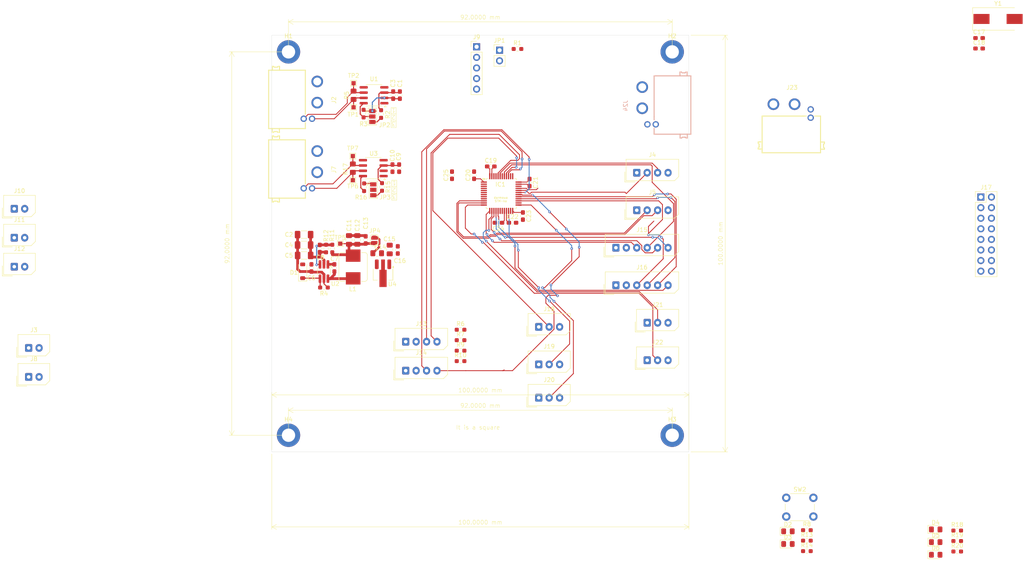
<source format=kicad_pcb>
(kicad_pcb (version 20240108) (generator "pcbnew") (generator_version "8.0")
  (layers (0 "F.Cu" signal) (31 "B.Cu" signal) (34 "B.Paste" user) (35 "F.Paste" user) (36 "B.SilkS" user "B.Silkscreen") (37 "F.SilkS" user "F.Silkscreen") (38 "B.Mask" user) (39 "F.Mask" user) (44 "Edge.Cuts" user))
  (net 0 "")
  (net 1 "+3.3V")
  (net 2 "GND")
  (net 3 "/BATT")
  (net 4 "Net-(U2-LX)")
  (net 5 "Net-(U2-BS)")
  (net 6 "Net-(U2-FB)")
  (net 7 "Net-(JP4-A)")
  (net 8 "+5V")
  (net 9 "/RCC_OSC_IN")
  (net 10 "RCC_OSC_OUT")
  (net 11 "Net-(D1-K)")
  (net 12 "Net-(D2-A)")
  (net 13 "Net-(D3-A)")
  (net 14 "Net-(D4-A)")
  (net 15 "Net-(D5-A)")
  (net 16 "Net-(D6-A)")
  (net 17 "/SPI1_MISO")
  (net 18 "/SWDIO")
  (net 19 "/PA6")
  (net 20 "/TIM2_CH2")
  (net 21 "/SPI2_MOSI")
  (net 22 "/PB9")
  (net 23 "/PB1")
  (net 24 "/SPI1_MOSI")
  (net 25 "/PB5")
  (net 26 "/PC13")
  (net 27 "/USART1_TX")
  (net 28 "/PC15")
  (net 29 "/TIM2_CH4")
  (net 30 "/USART1_RX")
  (net 31 "/I2C2_SDA")
  (net 32 "/FDCAN1_RX")
  (net 33 "/USART2_TX")
  (net 34 "/BOOT0")
  (net 35 "/SPI1_SCK")
  (net 36 "/SWCLK")
  (net 37 "/ADC1_IN1")
  (net 38 "/FDCAN2_RX")
  (net 39 "/I2C1_SCL")
  (net 40 "/TIM2_CH3")
  (net 41 "/FDCAN2_TX")
  (net 42 "/PB0")
  (net 43 "/SPI2_MISO")
  (net 44 "/ADC1_IN2")
  (net 45 "/PA4")
  (net 46 "/PC14")
  (net 47 "/FDCAN1_TX")
  (net 48 "/PB2")
  (net 49 "/I2C1_SDA")
  (net 50 "/I2C2_SCL")
  (net 51 "/NRST")
  (net 52 "/USART2_RX")
  (net 53 "/CAN_1_L")
  (net 54 "/CAN_1_H")
  (net 55 "/CAN_2_L")
  (net 56 "/CAN_2_H")
  (net 57 "Net-(JP2-B)")
  (net 58 "Net-(JP2-C)")
  (net 59 "Net-(JP3-C)")
  (net 60 "Net-(JP3-B)")
  (footprint "Capacitor_SMD:C_0603_1608Metric_Pad1.08x0.95mm_HandSolder" (layer "F.Cu") (at 119.1 44.375 -90)
    (property "Reference" "C3")
    (property "Value" "100nF")
  )
  (footprint "LED_SMD:LED_0805_2012Metric_Pad1.15x1.40mm_HandSolder" (layer "F.Cu") (at 249.175 151.64)
    (property "Reference" "D5")
    (property "Value" "5V_OK")
  )
  (footprint "Resistor_SMD:R_0603_1608Metric_Pad0.98x0.95mm_HandSolder" (layer "F.Cu") (at 116.427 66.4125 -90)
    (property "Reference" "R15")
    (property "Value" "2k2")
  )
  (footprint "Resistor_SMD:R_0805_2012Metric_Pad1.20x1.40mm_HandSolder" (layer "F.Cu") (at 109.6 44.4125 90)
    (property "Reference" "R5")
    (property "Value" "120R")
  )
  (footprint "Capacitor_SMD:C_0603_1608Metric_Pad1.08x0.95mm_HandSolder" (layer "F.Cu") (at 144.3375 75 180)
    (property "Reference" "C24")
    (property "Value" "100nF")
  )
  (footprint "Capacitor_SMD:C_0603_1608Metric_Pad1.08x0.95mm_HandSolder" (layer "F.Cu") (at 151.8 65.3625 -90)
    (property "Reference" "C21")
    (property "Value" "100nF")
  )
  (footprint "Jumper:SolderJumper-3_P1.3mm_Open_Pad1.0x1.5mm" (layer "F.Cu") (at 114.327 67.1 -90)
    (property "Reference" "JP3")
    (property "Value" "SolderJumper_3_Open")
  )
  (footprint "Connector_Molex:Molex_SPOX_5267-04A_1x04_P2.50mm_Vertical" (layer "F.Cu") (at 122.1 110.5)
    (property "Reference" "J14")
    (property "Value" "Conn_01x04")
  )
  (footprint "Capacitor_SMD:C_0805_2012Metric_Pad1.18x1.45mm_HandSolder" (layer "F.Cu") (at 115.2625 82.325)
    (property "Reference" "C14")
    (property "Value" "22u/10V")
  )
  (footprint "Capacitor_SMD:C_0603_1608Metric_Pad1.08x0.95mm_HandSolder" (layer "F.Cu") (at 99.5 85.85 -90)
    (property "Reference" "C6")
    (property "Value" "100n/50V")
  )
  (footprint "Resistor_SMD:R_0603_1608Metric_Pad0.98x0.95mm_HandSolder" (layer "F.Cu") (at 112.127 66.4875 -90)
    (property "Reference" "R16")
    (property "Value" "10k")
  )
  (footprint "Connector_Molex:Molex_SPOX_5267-03A_1x03_P2.50mm_Vertical" (layer "F.Cu") (at 180 99)
    (property "Reference" "J21")
    (property "Value" "Conn_01x03")
  )
  (footprint "Inductor_SMD:L_Bourns_SRP7028A_7.3x6.6mm" (layer "F.Cu") (at 109.5 85.625 90)
    (property "Reference" "L1")
    (property "Value" "4u7/5A5")
  )
  (footprint "Resistor_SMD:R_0603_1608Metric_Pad0.98x0.95mm_HandSolder" (layer "F.Cu") (at 218.2875 148.79)
    (property "Reference" "R8")
    (property "Value" "10k")
  )
  (footprint "Resistor_SMD:R_0603_1608Metric_Pad0.98x0.95mm_HandSolder" (layer "F.Cu") (at 116.2 48.9125 -90)
    (property "Reference" "R2")
    (property "Value" "2k2")
  )
  (footprint "MountingHole:MountingHole_3.2mm_M3_DIN965_Pad" (layer "F.Cu") (at 94 34)
    (property "Reference" "H1")
    (property "Value" "MountingHole_Pad")
  )
  (footprint "Package_QFP:LQFP-48_7x7mm_P0.5mm" (layer "F.Cu") (at 145 68)
    (property "Reference" "IC1")
    (property "Value" "STM32G491CET6")
  )
  (footprint "Connector_Molex:Molex_SPOX_5267-02A_1x02_P2.50mm_Vertical" (layer "F.Cu") (at 31.7 105.05)
    (property "Reference" "J3")
    (property "Value" "Conn_01x02")
  )
  (footprint "LED_SMD:LED_0805_2012Metric_Pad1.15x1.40mm_HandSolder" (layer "F.Cu") (at 213.7425 152.095)
    (property "Reference" "D3")
    (property "Value" "~")
  )
  (footprint "Connector_Molex:Molex_SPOX_5267-04A_1x04_P2.50mm_Vertical" (layer "F.Cu") (at 177.5 72)
    (property "Reference" "J5")
    (property "Value" "Conn_01x04")
  )
  (footprint "Resistor_SMD:R_0603_1608Metric_Pad0.98x0.95mm_HandSolder" (layer "F.Cu") (at 254.33 151.385)
    (property "Reference" "R19")
    (property "Value" "1k")
  )
  (footprint "Capacitor_SMD:C_0603_1608Metric_Pad1.08x0.95mm_HandSolder" (layer "F.Cu") (at 150.2 73.4 -90)
    (property "Reference" "C23")
    (property "Value" "100nF")
  )
  (footprint "Button_Switch_THT:SW_PUSH_6mm" (layer "F.Cu") (at 213.3475 141.01)
    (property "Reference" "SW2")
    (property "Value" "SW_Push")
  )
  (footprint "easyeda2kicad:CONN-TH_4P-XT30PW-M" (layer "F.Cu") (at 214.73 48.18)
    (property "Reference" "J23")
    (property "Value" "Conn_01x04")
  )
  (footprint "Capacitor_SMD:C_1206_3216Metric_Pad1.33x1.80mm_HandSolder" (layer "F.Cu") (at 97.7375 77.85)
    (property "Reference" "C2")
    (property "Value" "10u/35V")
  )
  (footprint "Jumper:SolderJumper-2_P1.3mm_Open_RoundedPad1.0x1.5mm" (layer "F.Cu") (at 114.575 79.225 90)
    (property "Reference" "JP4")
    (property "Value" "SolderJumper_2_Bridged")
  )
  (footprint "Capacitor_SMD:C_0805_2012Metric_Pad1.18x1.45mm_HandSolder" (layer "F.Cu") (at 118.2625 81.425 90)
    (property "Reference" "C15")
    (property "Value" "22u/10V")
  )
  (footprint "Capacitor_SMD:C_0603_1608Metric_Pad1.08x0.95mm_HandSolder" (layer "F.Cu") (at 118.927 61.9 -90)
    (property "Reference" "C10")
    (property "Value" "100nF")
  )
  (footprint "Package_SO:SOIC-8_3.9x4.9mm_P1.27mm" (layer "F.Cu") (at 114.327 61.9 180)
    (property "Reference" "U3")
    (property "Value" "SN65HVD230")
  )
  (footprint "MountingHole:MountingHole_3.2mm_M3_DIN965_Pad" (layer "F.Cu") (at 94 126)
    (property "Reference" "H4")
    (property "Value" "MountingHole_Pad")
  )
  (footprint "TestPoint:TestPoint_Pad_1.0x1.0mm" (layer "F.Cu") (at 109.427 64.8 180)
    (property "Reference" "TP6")
    (property "Value" "TestPoint")
  )
  (footprint "Resistor_SMD:R_0603_1608Metric_Pad0.98x0.95mm_HandSolder" (layer "F.Cu") (at 254.33 153.895)
    (property "Reference" "R20")
    (property "Value" "1k")
  )
  (footprint "Resistor_SMD:R_0603_1608Metric_Pad0.98x0.95mm_HandSolder" (layer "F.Cu") (at 104.5 81.1875 90)
    (property "Reference" "R11")
    (property "Value" "100k")
  )
  (footprint "MountingHole:MountingHole_3.2mm_M3_DIN965_Pad" (layer "F.Cu") (at 186 34)
    (property "Reference" "H2")
    (property "Value" "MountingHole_Pad")
  )
  (footprint "Package_TO_SOT_SMD:TSOT-23-6_HandSoldering" (layer "F.Cu") (at 102.5 86.7125 -90)
    (property "Reference" "U2")
    (property "Value" "DIO6913")
  )
  (footprint "Capacitor_SMD:C_0603_1608Metric_Pad1.08x0.95mm_HandSolder" (layer "F.Cu") (at 147.7 75)
    (property "Reference" "C22")
    (property "Value" "100nF")
  )
  (footprint "Package_SO:SOIC-8_3.9x4.9mm_P1.27mm" (layer "F.Cu") (at 114.5 44.4125 180)
    (property "Reference" "U1")
    (property "Value" "SN65HVD230")
  )
  (footprint "easyeda2kicad:CONN-TH_4P-XT30PW-M" (layer "F.Cu") (at 99.2675 62.275 -90)
    (property "Reference" "J7")
    (property "Value" "Conn_01x04")
  )
  (footprint "Connector_Molex:Molex_SPOX_5267-03A_1x03_P2.50mm_Vertical" (layer "F.Cu") (at 154 100)
    (property "Reference" "J18")
    (property "Value" "Conn_01x03")
  )
  (footprint "TestPoint:TestPoint_Pad_1.0x1.0mm" (layer "F.Cu") (at 109.6 47.3125 180)
    (property "Reference" "TP1")
    (property "Value" "TestPoint")
  )
  (footprint "Jumper:SolderJumper-3_P1.3mm_Open_Pad1.0x1.5mm" (layer "F.Cu") (at 114.1 49.5125 -90)
    (property "Reference" "JP2")
    (property "Value" "SolderJumper_3_Open")
  )
  (footprint "Connector_Molex:Molex_SPOX_5267-06A_1x06_P2.50mm_Vertical" (layer "F.Cu") (at 172.5 81)
    (property "Reference" "J15")
    (property "Value" "Conn_01x06")
  )
  (footprint "Capacitor_SMD:C_0603_1608Metric_Pad1.08x0.95mm_HandSolder" (layer "F.Cu") (at 142.5 61.5)
    (property "Reference" "C19")
    (property "Value" "100nF")
  )
  (footprint "Resistor_SMD:R_0603_1608Metric_Pad0.98x0.95mm_HandSolder" (layer "F.Cu") (at 112 48.8125 -90)
    (property "Reference" "R3")
    (property "Value" "10k")
  )
  (footprint "Connector_Molex:Molex_SPOX_5267-04A_1x04_P2.50mm_Vertical" (layer "F.Cu") (at 177.5 63)
    (property "Reference" "J4")
    (property "Value" "Conn_01x04")
  )
  (footprint "Connector_Molex:Molex_SPOX_5267-04A_1x04_P2.50mm_Vertical" (layer "F.Cu") (at 122.1 103.55)
    (property "Reference" "J13")
    (property "Value" "Conn_01x04")
  )
  (footprint "Capacitor_SMD:C_0603_1608Metric_Pad1.08x0.95mm_HandSolder" (layer "F.Cu") (at 120.2 81.525 -90)
    (property "Reference" "C16")
    (property "Value" "100n/50V")
  )
  (footprint "easyeda2kicad:CONN-TH_4P-XT30PW-M" (layer "F.Cu") (at 99.2675 45.575 -90)
    (property "Reference" "J2")
    (property "Value" "Conn_01x04")
  )
  (footprint "Resistor_SMD:R_0603_1608Metric_Pad0.98x0.95mm_HandSolder" (layer "F.Cu") (at 102.5 90.55 180)
    (property "Reference" "R4")
    (property "Value" "10K")
  )
  (footprint "Capacitor_SMD:C_0603_1608Metric_Pad1.08x0.95mm_HandSolder" (layer "F.Cu") (at 259.575 33.19)
    (property "Reference" "C18")
    (property "Value" "100nF")
  )
  (footprint "Capacitor_SMD:C_1206_3216Metric_Pad1.33x1.80mm_HandSolder" (layer "F.Cu") (at 97.75 82.85)
    (property "Reference" "C5")
    (property "Value" "10u/35V")
  )
  (footprint "Capacitor_SMD:C_0603_1608Metric_Pad1.08x0.95mm_HandSolder" (layer "F.Cu") (at 138.5 63.6 90)
    (property "Reference" "C20")
    (property "Value" "100nF")
  )
  (footprint "Resistor_SMD:R_0805_2012Metric_Pad1.20x1.40mm_HandSolder" (layer "F.Cu") (at 109.427 61.9 90)
    (property "Reference" "R17")
    (property "Value" "120R")
  )
  (footprint "Connector_PinHeader_2.54mm:PinHeader_1x05_P2.54mm_Vertical" (layer "F.Cu") (at 139.1 32.78)
    (property "Reference" "J9")
    (property "Value" "Conn_01x05")
  )
  (footprint "Resistor_SMD:R_0603_1608Metric_Pad0.98x0.95mm_HandSolder" (layer "F.Cu") (at 135.25 105.7)
    (property "Reference" "R9")
    (property "Value" "10k")
  )
  (footprint "Capacitor_SMD:C_0603_1608Metric_Pad1.08x0.95mm_HandSolder" (layer "F.Cu") (at 133.2 63.6 90)
    (property "Reference" "C25")
    (property "Value" "4.7uF")
  )
  (footprint "Capacitor_SMD:C_0603_1608Metric_Pad1.08x0.95mm_HandSolder" (layer "F.Cu") (at 120.527 61.9 -90)
    (property "Reference" "C9")
    (property "Value" "10uF")
  )
  (footprint "Connector_Molex:Molex_SPOX_5267-02A_1x02_P2.50mm_Vertical" (layer "F.Cu") (at 31.7 112)
    (property "Reference" "J8")
    (property "Value" "Conn_01x02")
  )
  (footprint "Diode_SMD:D_SOD-123" (layer "F.Cu") (at 97.4 86.65 90)
    (property "Reference" "D1")
    (property "Value" "5V")
  )
  (footprint "LED_SMD:LED_0805_2012Metric_Pad1.15x1.40mm_HandSolder" (layer "F.Cu") (at 249.175 148.6)
    (property "Reference" "D4")
    (property "Value" "VCC_OK")
  )
  (footprint "LED_SMD:LED_0805_2012Metric_Pad1.15x1.40mm_HandSolder" (layer "F.Cu") (at 213.7425 149.055)
    (property "Reference" "D2")
    (property "Value" "~")
  )
  (footprint "Resistor_SMD:R_0603_1608Metric_Pad0.98x0.95mm_HandSolder" (layer "F.Cu") (at 135.25 100.68)
    (property "Reference" "R6")
    (property "Value" "10k")
  )
  (footprint "Resistor_SMD:R_0603_1608Metric_Pad0.98x0.95mm_HandSolder" (layer "F.Cu") (at 148.9 33.3)
    (property "Reference" "R1")
    (property "Value" "100k")
  )
  (footprint "MountingHole:MountingHole_3.2mm_M3_DIN965_Pad" (layer "F.Cu") (at 186 126)
    (property "Reference" "H3")
    (property "Value" "MountingHole_Pad")
  )
  (footprint "Connector_Molex:Molex_SPOX_5267-03A_1x03_P2.50mm_Vertical" (layer "F.Cu") (at 154 117)
    (property "Reference" "J20")
    (property "Value" "Conn_01x03")
  )
  (footprint "Package_TO_SOT_SMD:SOT-89-3_Handsoldering" (layer "F.Cu") (at 116.6625 87.425 -90)
    (property "Reference" "U4")
    (property "Value" "L78L33_SOT89")
  )
  (footprint "Capacitor_SMD:C_0603_1608Metric_Pad1.08x0.95mm_HandSolder" (layer "F.Cu") (at 259.575 30.68)
    (property "Reference" "C17")
    (property "Value" "100nF")
  )
  (footprint "Resistor_SMD:R_0603_1608Metric_Pad0.98x0.95mm_HandSolder" (layer "F.Cu") (at 135.25 103.19)
    (property "Reference" "R7")
    (property "Value" "10k")
  )
  (footprint "Capacitor_SMD:C_0805_2012Metric_Pad1.18x1.45mm_HandSolder" (layer "F.Cu") (at 108.5 79.125 90)
    (property "Reference" "C11")
    (property "Value" "22u/10V")
  )
  (footprint "Capacitor_SMD:C_0603_1608Metric_Pad1.08x0.95mm_HandSolder" (layer "F.Cu") (at 105 85.85 90)
    (property "Reference" "C7")
    (property "Value" "100n/50V")
  )
  (footprint "Capacitor_SMD:C_1206_3216Metric_Pad1.33x1.80mm_HandSolder" (layer "F.Cu") (at 97.7375 80.35)
    (property "Reference" "C4")
    (property "Value" "10u/35V")
  )
  (footprint "Capacitor_SMD:C_0603_1608Metric_Pad1.08x0.95mm_HandSolder" (layer "F.Cu") (at 112.5 79.125 -90)
    (property "Reference" "C13")
    (property "Value" "100n/50V")
  )
  (footprint "Connector_Molex:Molex_SPOX_5267-02A_1x02_P2.50mm_Vertical" (layer "F.Cu") (at 28.25 71.65)
    (property "Reference" "J10")
    (property "Value" "Conn_01x02")
  )
  (footprint "Connector_Molex:Molex_SPOX_5267-06A_1x06_P2.50mm_Vertical" (layer "F.Cu") (at 172.5 90)
    (property "Reference" "J16")
    (property "Value" "Conn_01x06")
  )
  (footprint "TestPoint:TestPoint_Pad_1.0x1.0mm" (layer "F.Cu") (at 106.4 80.025)
    (property "Reference" "TP5")
    (property "Value" "TestPoint")
  )
  (footprint "Connector_PinHeader_2.54mm:PinHeader_2x08_P2.54mm_Vertical" (layer "F.Cu") (at 260 68.84)
    (property "Reference" "J17")
    (property "Value" "Conn_02x08_Odd_Even")
  )
  (footprint "Capacitor_SMD:C_0603_1608Metric_Pad1.08x0.95mm_HandSolder" (layer "F.Cu") (at 101.5 81.1875 -90)
    (property "Reference" "C8")
    (property "Value" "22p/25V")
  )
  (footprint "TestPoint:TestPoint_Pad_1.0x1.0mm" (layer "F.Cu") (at 109.427 59 180)
    (property "Reference" "TP7")
    (property "Value" "TestPoint")
  )
  (footprint "Connector_Molex:Molex_SPOX_5267-02A_1x02_P2.50mm_Vertical" (layer "F.Cu") (at 28.25 85.55)
    (property "Reference" "J12")
    (property "Value" "Conn_01x02")
  )
  (footprint "Resistor_SMD:R_0603_1608Metric_Pad0.98x0.95mm_HandSolder" (layer "F.Cu") (at 103 81.1875 -90)
    (property "Reference" "R12")
    (property "Value" "22k")
  )
  (footprint "Resistor_SMD:R_0603_1608Metric_Pad0.98x0.95mm_HandSolder" (layer "F.Cu") (at 218.2875 153.81)
    (property "Reference" "R14")
    (property "Value" "1k")
  )
  (footprint "Resistor_SMD:R_0603_1608Metric_Pad0.98x0.95mm_HandSolder" (layer "F.Cu") (at 135.25 108.21)
    (property "Reference" "R10")
    (property "Value" "10k")
  )
  (footprint "Connector_Molex:Molex_SPOX_5267-03A_1x03_P2.50mm_Vertical" (layer "F.Cu") (at 180 108)
    (property "Reference" "J22")
    (property "Value" "Conn_01x03")
  )
  (footprint "Connector_Molex:Molex_SPOX_5267-03A_1x03_P2.50mm_Vertical" (layer "F.Cu") (at 154 109)
    (property "Reference" "J19")
    (property "Value" "Conn_01x03")
  )
  (footprint "TestPoint:TestPoint_Pad_1.0x1.0mm" (layer "F.Cu") (at 109.6 41.5125 180)
    (property "Reference" "TP2")
    (property "Value" "TestPoint")
  )
  (footprint "Resistor_SMD:R_0603_1608Metric_Pad0.98x0.95mm_HandSolder" (layer "F.Cu") (at 254.33 148.875)
    (property "Reference" "R18")
    (property "Value" "22k")
  )
  (footprint "Capacitor_SMD:C_0805_2012Metric_Pad1.18x1.45mm_HandSolder" (layer "F.Cu") (at 110.5 79.125 90)
    (property "Reference" "C12")
    (property "Value" "22u/10V")
  )
  (footprint "Capacitor_SMD:C_0603_1608Metric_Pad1.08x0.95mm_HandSolder" (layer "F.Cu") (at 120.7 44.375 -90)
    (property "Reference" "C1")
    (property "Value" "10uF")
  )
  (footprint "Crystal:Crystal_SMD_FOX_FE-2Pin_7.5x5.0mm_HandSoldering" (layer "F.Cu") (at 264.125 26.1)
    (property "Reference" "Y1")
    (property "Value" "Crystal")
  )
  (footprint "Connector_Molex:Molex_SPOX_5267-02A_1x02_P2.50mm_Vertical" (layer "F.Cu") (at 28.25 78.6)
    (property "Reference" "J11")
    (property "Value" "Conn_01x02")
  )
  (footprint "Resistor_SMD:R_0603_1608Metric_Pad0.98x0.95mm_HandSolder" (layer "F.Cu") (at 218.2875 151.3)
    (property "Reference" "R13")
    (property "Value" "1k")
  )
  (footprint "Connector_PinHeader_2.54mm:PinHeader_1x02_P2.54mm_Vertical" (layer "F.Cu") (at 144.6 33.6)
    (property "Reference" "JP1")
    (property "Value" "Jumper_2_Open")
  )
  (footprint "LED_SMD:LED_0805_2012Metric_Pad1.15x1.40mm_HandSolder" (layer "F.Cu") (at 249.175 154.68)
    (property "Reference" "D6")
    (property "Value" "3V3_OK")
  )
  (footprint "easyeda2kicad:CONN-TH_4P-XT30PW-M" (layer "B.Cu") (at 180.4325 46.925 -90)
    (property "Reference" "J24")
    (property "Value" "Conn_01x04")
  )
  (gr_line (start 119.952 67.995) (end 118.752 67.995) (stroke (width 0.1)) (layer "F.SilkS"))
  (gr_rect (start 119.8 52.1625) (end 118.6 47.3625) (stroke (width 0.1)) (fill none) (layer "F.SilkS"))
  (gr_line (start 119.8 48.8625) (end 118.6 48.8625) (stroke (width 0.1)) (layer "F.SilkS"))
  (gr_line (start 119.952 66.295) (end 118.752 66.295) (stroke (width 0.1)) (layer "F.SilkS"))
  (gr_rect (start 119.952 69.595) (end 118.752 64.795) (stroke (width 0.1)) (fill none) (layer "F.SilkS"))
  (gr_line (start 119.8 50.5625) (end 118.6 50.5625) (stroke (width 0.1)) (layer "F.SilkS"))
  (gr_rect (start 90 30) (end 190 130) (stroke (width 0.05)) (fill none) (layer "Edge.Cuts"))
  (gr_text "It is a square" (at 134.1 124.7 0) (layer "F.SilkS") (effects (font (size 1 1) (thickness 0.1)) (justify left bottom)))
  (gr_text "3\n2\n1" (at 119.7 47.4625 180) (layer "F.SilkS") (effects (font (size 1 1) (thickness 0.1)) (justify left bottom)))
  (gr_text "darmowa\nSTM-ka" (at 144.9 69.4 0) (layer "F.SilkS") (effects (font (size 0.5 0.5) (thickness 0.1))))
  (gr_text "3\n2\n1" (at 119.852 64.895 180) (layer "F.SilkS") (effects (font (size 1 1) (thickness 0.1)) (justify left bottom)))
  (dimension (type aligned) (layer "F.SilkS") (pts (xy 94 126) (xy 186 126)) (height -6) (gr_text "92,0000 mm" (at 140 118.9 0) (layer "F.SilkS") (effects (font (size 1 1) (thickness 0.1)))) (format (prefix "") (suffix "") (units 3) (units_format 1) (precision 4)) (style (thickness 0.1) (arrow_length 1.27) (text_position_mode 0) (extension_height 0.58642) (extension_offset 0.5) keep_text_aligned))
  (dimension (type aligned) (layer "F.SilkS") (pts (xy 94 126) (xy 94 34)) (height -13.6) (gr_text "92,0000 mm" (at 79.3 80 90) (layer "F.SilkS") (effects (font (size 1 1) (thickness 0.1)))) (format (prefix "") (suffix "") (units 3) (units_format 1) (precision 4)) (style (thickness 0.1) (arrow_length 1.27) (text_position_mode 0) (extension_height 0.58642) (extension_offset 0.5) keep_text_aligned))
  (dimension (type aligned) (layer "F.SilkS") (pts (xy 90 130) (xy 190 130)) (height 17.999999) (gr_text "100,0000 mm" (at 140 146.899999 0) (layer "F.SilkS") (effects (font (size 1 1) (thickness 0.1)))) (format (prefix "") (suffix "") (units 3) (units_format 1) (precision 4)) (style (thickness 0.1) (arrow_length 1.27) (text_position_mode 0) (extension_height 0.58642) (extension_offset 0.5) keep_text_aligned))
  (dimension (type aligned) (layer "F.SilkS") (pts (xy 190 30) (xy 190 130)) (height -8.7) (gr_text "100,0000 mm" (at 197.6 80 90) (layer "F.SilkS") (effects (font (size 1 1) (thickness 0.1)))) (format (prefix "") (suffix "") (units 3) (units_format 1) (precision 4)) (style (thickness 0.1) (arrow_length 1.27) (text_position_mode 0) (extension_height 0.58642) (extension_offset 0.5) keep_text_aligned))
  (dimension (type aligned) (layer "F.SilkS") (pts (xy 190 130) (xy 90 130)) (height 13.7) (gr_text "100,0000 mm" (at 140 115.2 0) (layer "F.SilkS") (effects (font (size 1 1) (thickness 0.1)))) (format (prefix "") (suffix "") (units 3) (units_format 1) (precision 4)) (style (thickness 0.1) (arrow_length 1.27) (text_position_mode 0) (extension_height 0.58642) (extension_offset 0.5) keep_text_aligned))
  (dimension (type aligned) (layer "F.SilkS") (pts (xy 94 34) (xy 186 34)) (height -7.2) (gr_text "92,0000 mm" (at 140 25.7 0) (layer "F.SilkS") (effects (font (size 1 1) (thickness 0.1)))) (format (prefix "") (suffix "") (units 3) (units_format 1) (precision 4)) (style (thickness 0.1) (arrow_length 1.27) (text_position_mode 0) (extension_height 0.58642) (extension_offset 0.5) keep_text_aligned))
  (segment (start 116.000001 43.7775) (end 116.975 43.7775) (width 0.254) (layer "F.Cu") (net 1))
  (segment (start 149.1625 65.25) (end 151.1875 65.25) (width 0.2032) (layer "F.Cu") (net 1))
  (segment (start 116.418264 61.265) (end 116.802 61.265) (width 0.254) (layer "F.Cu") (net 1))
  (segment (start 147.75 72.1625) (end 148.125 72.5375) (width 0.2032) (layer "F.Cu") (net 1))
  (segment (start 120.2995 61.265) (end 120.527 61.0375) (width 0.254) (layer "F.Cu") (net 1))
  (segment (start 116.802 61.265) (end 120.2995 61.265) (width 0.254) (layer "F.Cu") (net 1))
  (segment (start 116.427 65.5) (end 115.5 64.573) (width 0.254) (layer "F.Cu") (net 1))
  (segment (start 142.25 63.8375) (end 142.25 62.1125) (width 0.2032) (layer "F.Cu") (net 1))
  (segment (start 115.5 62.183264) (end 116.418264 61.265) (width 0.254) (layer "F.Cu") (net 1))
  (segment (start 116.975 43.7775) (end 120.435 43.7775) (width 0.254) (layer "F.Cu") (net 1))
  (segment (start 115.5 64.573) (end 115.5 62.183264) (width 0.254) (layer "F.Cu") (net 1))
  (segment (start 145.75 72.1625) (end 145.75 74.45) (width 0.2032) (layer "F.Cu") (net 1))
  (segment (start 120.435 43.7775) (end 120.7 43.5125) (width 0.254) (layer "F.Cu") (net 1))
  (segment (start 146.25 74.4125) (end 146.8375 75) (width 0.2032) (layer "F.Cu") (net 1))
  (segment (start 138.5 64.4625) (end 140.05 64.4625) (width 0.2032) (layer "F.Cu") (net 1))
  (segment (start 145.75 74.45) (end 145.2 75) (width 0.2032) (layer "F.Cu") (net 1))
  (segment (start 115.673 47.473) (end 115.673 44.104501) (width 0.254) (layer "F.Cu") (net 1))
  (segment (start 148.125 72.5375) (end 150.2 72.5375) (width 0.2032) (layer "F.Cu") (net 1))
  (segment (start 115.673 44.104501) (end 116.000001 43.7775) (width 0.254) (layer "F.Cu") (net 1))
  (segment (start 140.05 64.4625) (end 140.8375 65.25) (width 0.2032) (layer "F.Cu") (net 1))
  (segment (start 151.1875 65.25) (end 151.8 64.6375) (width 0.2032) (layer "F.Cu") (net 1))
  (segment (start 142.25 62.1125) (end 141.6375 61.5) (width 0.2032) (layer "F.Cu") (net 1))
  (segment (start 116.2 48) (end 115.673 47.473) (width 0.254) (layer "F.Cu") (net 1))
  (segment (start 146.25 72.1625) (end 146.25 74.4125) (width 0.2032) (layer "F.Cu") (net 1))
  (segment (start 114.102 65.575) (end 114.327 65.8) (width 0.254) (layer "F.Cu") (net 2))
  (segment (start 142.75 62.1125) (end 143.3625 61.5) (width 0.2032) (layer "F.Cu") (net 2))
  (segment (start 116.975 45.0475) (end 118.91 45.0475) (width 0.254) (layer "F.Cu") (net 2))
  (segment (start 100.9 83.25) (end 99.7125 83.25) (width 0.65) (layer "F.Cu") (net 2))
  (segment (start 149.1625 65.75) (end 151.1875 65.75) (width 0.2032) (layer "F.Cu") (net 2))
  (segment (start 118.91 45.0475) (end 119.1 45.2375) (width 0.254) (layer "F.Cu") (net 2))
  (segment (start 119.1 45.2375) (end 120.7 45.2375) (width 0.254) (layer "F.Cu") (net 2))
  (segment (start 101.5 82.05) (end 101.5 82.65) (width 0.65) (layer "F.Cu") (net 2))
  (segment (start 151.1875 65.75) (end 151.8 66.3625) (width 0.2032) (layer "F.Cu") (net 2))
  (segment (start 99.7125 83.25) (end 99.3125 82.85) (width 0.65) (layer "F.Cu") (net 2))
  (segment (start 102.5 83.975726) (end 101.774274 83.25) (width 0.65) (layer "F.Cu") (net 2))
  (segment (start 114.1 48.2125) (end 112.3125 48.2125) (width 0.254) (layer "F.Cu") (net 2))
  (segment (start 99.3 77.85) (end 99.3 82.8375) (width 0.65) (layer "F.Cu") (net 2))
  (segment (start 99.3 82.8375) (end 99.3125 82.85) (width 0.65) (layer "F.Cu") (net 2))
  (segment (start 102.5 85.0025) (end 102.5 83.975726) (width 0.65) (layer "F.Cu") (net 2))
  (segment (start 102.95 82.05) (end 103 82.1) (width 0.65) (layer "F.Cu") (net 2))
  (segment (start 101.5 82.65) (end 100.9 83.25) (width 0.65) (layer "F.Cu") (net 2))
  (segment (start 112.127 65.575) (end 114.102 65.575) (width 0.254) (layer "F.Cu") (net 2))
  (segment (start 142.75 63.8375) (end 142.75 62.1125) (width 0.2032) (layer "F.Cu") (net 2))
  (segment (start 112.3125 48.2125) (end 112 47.9) (width 0.254) (layer "F.Cu") (net 2))
  (segment (start 101.774274 83.25) (end 100.9 83.25) (width 0.65) (layer "F.Cu") (net 2))
  (segment (start 115.104 48.2125) (end 114.1 48.2125) (width 0.254) (layer "F.Cu") (net 2))
  (segment (start 101.5 82.05) (end 102.95 82.05) (width 0.65) (layer "F.Cu") (net 2))
  (segment (start 112.325 78.0875) (end 112.5 78.2625) (width 0.65) (layer "F.Cu") (net 2))
  (segment (start 108.5 78.0875) (end 112.325 78.0875) (width 0.65) (layer "F.Cu") (net 2))
  (via (at 116.975 45.0475) (size 0.6) (drill 0.25) (layers "F.Cu" "B.Cu") (net 2))
  (via (at 114.1 48.2125) (size 0.6) (drill 0.25) (layers "F.Cu" "B.Cu") (net 2))
  (segment (start 115.1525 45.0475) (end 114.1 46.1) (width 0.254) (layer "B.Cu") (net 2))
  (segment (start 114.1 46.1) (end 114.1 48.2125) (width 0.254) (layer "B.Cu") (net 2))
  (segment (start 116.975 45.0475) (end 115.1525 45.0475) (width 0.254) (layer "B.Cu") (net 2))
  (segment (start 99.5 86.7125) (end 96.7625 86.7125) (width 0.65) (layer "F.Cu") (net 3))
  (segment (start 96.175 77.85) (end 96.175 82.8375) (width 0.65) (layer "F.Cu") (net 3))
  (segment (start 102.5 87.395726) (end 102.5 88.4225) (width 0.65) (layer "F.Cu") (net 3))
  (segment (start 96.1875 86.1375) (end 96.1875 82.85) (width 0.65) (layer "F.Cu") (net 3))
  (segment (start 101.954274 86.85) (end 102.5 87.395726) (width 0.65) (layer "F.Cu") (net 3))
  (segment (start 99.3625 86.85) (end 101.954274 86.85) (width 0.65) (layer "F.Cu") (net 3))
  (segment (start 103.4125 90.55) (end 102.5 89.6375) (width 0.254) (layer "F.Cu") (net 3))
  (segment (start 96.7625 86.7125) (end 96.1875 86.1375) (width 0.65) (layer "F.Cu") (net 3))
  (segment (start 102.5 89.6375) (end 102.5 88.4225) (width 0.254) (layer "F.Cu") (net 3))
  (segment (start 96.175 82.8375) (end 96.1875 82.85) (width 0.65) (layer "F.Cu") (net 3))
  (segment (start 103.45 88.4225) (end 109.4275 88.4225) (width 0.65) (layer "F.Cu") (net 4))
  (segment (start 105 87.4225) (end 104 88.4225) (width 0.65) (layer "F.Cu") (net 4))
  (segment (start 109.4275 88.4225) (end 109.5 88.35) (width 0.65) (layer "F.Cu") (net 4))
  (segment (start 105 86.7125) (end 105 87.4225) (width 0.65) (layer "F.Cu") (net 4))
  (segment (start 105 84.9875) (end 103.465 84.9875) (width 0.65) (layer "F.Cu") (net 5))
  (segment (start 103.465 84.9875) (end 103.45 85.0025) (width 0.65) (layer "F.Cu") (net 5))
  (segment (start 100.75 80.6) (end 101.225 80.6) (width 0.254) (layer "F.Cu") (net 6))
  (segment (start 104.45 80.325) (end 104.5 80.275) (width 0.65) (layer "F.Cu") (net 6))
  (segment (start 101.5 80.325) (end 104.45 80.325) (width 0.65) (layer "F.Cu") (net 6))
  (segment (start 100.8475 85.0025) (end 100.75 85.1) (width 0.254) (layer "F.Cu") (net 6))
  (segment (start 101.225 80.6) (end 101.5 80.325) (width 0.254) (layer "F.Cu") (net 6))
  (segment (start 101.55 85.0025) (end 100.8475 85.0025) (width 0.254) (layer "F.Cu") (net 6))
  (via (at 100.75 85.1) (size 0.6) (drill 0.25) (layers "F.Cu" "B.Cu") (net 6))
  (via (at 100.75 80.6) (size 0.6) (drill 0.25) (layers "F.Cu" "B.Cu") (net 6))
  (segment (start 100.75 85.1) (end 100.75 80.6) (width 0.254) (layer "B.Cu") (net 6))
  (segment (start 109.275 82.675) (end 109.5 82.9) (width 0.65) (layer "F.Cu") (net 7))
  (segment (start 108.5 80.1625) (end 112.325 80.1625) (width 0.65) (layer "F.Cu") (net 7))
  (segment (start 112.325 80.1625) (end 112.5 79.9875) (width 0.65) (layer "F.Cu") (net 7))
  (segment (start 104.5 82.675) (end 109.275 82.675) (width 0.65) (layer "F.Cu") (net 7))
  (segment (start 108.5 80.1625) (end 108.5 81.9) (width 0.65) (layer "F.Cu") (net 7))
  (segment (start 108.3625 80.025) (end 108.5 80.1625) (width 0.254) (layer "F.Cu") (net 7))
  (segment (start 108.5 81.9) (end 109.5 82.9) (width 0.65) (layer "F.Cu") (net 7))
  (segment (start 112.5 79.9875) (end 114.4625 79.9875) (width 0.65) (layer "F.Cu") (net 7))
  (segment (start 106.4 80.025) (end 108.3625 80.025) (width 0.254) (layer "F.Cu") (net 7))
  (segment (start 114.4625 79.9875) (end 114.575 79.875) (width 0.65) (layer "F.Cu") (net 7))
  (segment (start 114.225 82.325) (end 115.784 80.766) (width 0.508) (layer "F.Cu") (net 8))
  (segment (start 115.784 79.029) (end 115.33 78.575) (width 0.508) (layer "F.Cu") (net 8))
  (segment (start 115.33 78.575) (end 114.575 78.575) (width 0.508) (layer "F.Cu") (net 8))
  (segment (start 115.784 80.766) (end 115.784 79.029) (width 0.508) (layer "F.Cu") (net 8))
  (segment (start 97.4 88.3) (end 101.4275 88.3) (width 0.254) (layer "F.Cu") (net 11))
  (segment (start 101.5875 88.46) (end 101.55 88.4225) (width 0.254) (layer "F.Cu") (net 11))
  (segment (start 101.4275 88.3) (end 101.55 88.4225) (width 0.254) (layer "F.Cu") (net 11))
  (segment (start 101.5875 90.55) (end 101.5875 88.46) (width 0.254) (layer "F.Cu") (net 11))
  (segment (start 186.3 74.7) (end 186.3 70.4) (width 0.2032) (layer "F.Cu") (net 17))
  (segment (start 180.9 61.1) (end 147.5 61.1) (width 0.2032) (layer "F.Cu") (net 17))
  (segment (start 181.2 65.3) (end 181.2 61.4) (width 0.2032) (layer "F.Cu") (net 17))
  (segment (start 147.5 61.1) (end 145.75 62.85) (width 0.2032) (layer "F.Cu") (net 17))
  (segment (start 186.3 70.4) (end 181.2 65.3) (width 0.2032) (layer "F.Cu") (net 17))
  (segment (start 181.2 61.4) (end 180.9 61.1) (width 0.2032) (layer "F.Cu") (net 17))
  (segment (start 180 81) (end 186.3 74.7) (width 0.2032) (layer "F.Cu") (net 17))
  (segment (start 145.75 62.85) (end 145.75 63.8375) (width 0.2032) (layer "F.Cu") (net 17))
  (segment (start 178.1568 91.5568) (end 153.5568 91.5568) (width 0.2032) (layer "F.Cu") (net 19))
  (segment (start 142.75 72.1625) (end 142.75 73.501542) (width 0.2032) (layer "F.Cu") (net 19))
  (segment (start 182.5 95.9) (end 178.1568 91.5568) (width 0.2032) (layer "F.Cu") (net 19))
  (segment (start 142.75 73.501542) (end 142.042046 74.209496) (width 0.2032) (layer "F.Cu") (net 19))
  (segment (start 153.5568 91.5568) (end 141.4 79.4) (width 0.2032) (layer "F.Cu") (net 19))
  (segment (start 142.042046 74.209496) (end 142.042046 76.823367) (width 0.2032) (layer "F.Cu") (net 19))
  (segment (start 182.5 99) (end 182.5 95.9) (width 0.2032) (layer "F.Cu") (net 19))
  (via (at 141.4 79.4) (size 0.6) (drill 0.25) (layers "F.Cu" "B.Cu") (net 19))
  (via (at 142.042046 76.823367) (size 0.6) (drill 0.25) (layers "F.Cu" "B.Cu") (net 19))
  (segment (start 140.7 78.7) (end 140.7 77.4) (width 0.2032) (layer "B.Cu") (net 19))
  (segment (start 141.4 79.4) (end 140.7 78.7) (width 0.2032) (layer "B.Cu") (net 19))
  (segment (start 141.276633 76.823367) (end 140.7 77.4) (width 0.2032) (layer "B.Cu") (net 19))
  (segment (start 142.042046 76.823367) (end 141.276633 76.823367) (width 0.2032) (layer "B.Cu") (net 19))
  (segment (start 128.6 72.1) (end 156.5 100) (width 0.2032) (layer "F.Cu") (net 20))
  (segment (start 128.6 58.3) (end 128.6 72.1) (width 0.2032) (layer "F.Cu") (net 20))
  (segment (start 144.4 54.7) (end 132.2 54.7) (width 0.2032) (layer "F.Cu") (net 20))
  (segment (start 132.2 54.7) (end 128.6 58.3) (width 0.2032) (layer "F.Cu") (net 20))
  (segment (start 148.6 61.7016) (end 147.613728 61.7016) (width 0.2032) (layer "F.Cu") (net 20))
  (segment (start 146.25 63.065328) (end 146.25 63.8375) (width 0.2032) (layer "F.Cu") (net 20))
  (segment (start 148.7 59.4) (end 148.7 59) (width 0.2032) (layer "F.Cu") (net 20))
  (segment (start 147.613728 61.7016) (end 146.25 63.065328) (width 0.2032) (layer "F.Cu") (net 20))
  (segment (start 148.7 59) (end 144.4 54.7) (width 0.2032) (layer "F.Cu") (net 20))
  (via (at 148.6 61.7016) (size 0.6) (drill 0.25) (layers "F.Cu" "B.Cu") (net 20))
  (via (at 148.7 59.4) (size 0.6) (drill 0.25) (layers "F.Cu" "B.Cu") (net 20))
  (segment (start 148.7 61.6016) (end 148.6 61.7016) (width 0.2032) (layer "B.Cu") (net 20))
  (segment (start 148.7 59.4) (end 148.7 61.6016) (width 0.2032) (layer "B.Cu") (net 20))
  (segment (start 185.701583 68.1) (end 184.9 68.1) (width 0.2032) (layer "F.Cu") (net 21))
  (segment (start 182.5 90) (end 186.5 86) (width 0.2032) (layer "F.Cu") (net 21))
  (segment (start 186.9604 69.358817) (end 185.701583 68.1) (width 0.2032) (layer "F.Cu") (net 21))
  (segment (start 186.5 86) (end 186.9604 85.5396) (width 0.2032) (layer "F.Cu") (net 21))
  (segment (start 181.7 68.3) (end 181.25 68.75) (width 0.2032) (layer "F.Cu") (net 21))
  (segment (start 186.9604 85.5396) (end 186.9604 69.358817) (width 0.2032) (layer "F.Cu") (net 21))
  (segment (start 181.25 68.75) (end 149.1625 68.75) (width 0.2032) (layer "F.Cu") (net 21))
  (via (at 181.7 68.3) (size 0.6) (drill 0.25) (layers "F.Cu" "B.Cu") (net 21))
  (via (at 184.9 68.1) (size 0.6) (drill 0.25) (layers "F.Cu" "B.Cu") (net 21))
  (segment (start 181.9 68.1) (end 181.7 68.3) (width 0.2032) (layer "B.Cu") (net 21))
  (segment (start 184.9 68.1) (end 181.9 68.1) (width 0.2032) (layer "B.Cu") (net 21))
  (segment (start 153.693574 91.2266) (end 148.3 85.833026) (width 0.2032) (layer "F.Cu") (net 23))
  (segment (start 185 90) (end 183.7734 91.2266) (width 0.2032) (layer "F.Cu") (net 23))
  (segment (start 144.4 74.4) (end 144.4 73.55) (width 0.2032) (layer "F.Cu") (net 23))
  (segment (start 144.4 73.55) (end 144.25 73.4) (width 0.2032) (layer "F.Cu") (net 23))
  (segment (start 144.25 73.4) (end 144.25 72.1625) (width 0.2032) (layer "F.Cu") (net 23))
  (segment (start 183.7734 91.2266) (end 153.693574 91.2266) (width 0.2032) (layer "F.Cu") (net 23))
  (segment (start 148.3 85.833026) (end 148.3 80.6) (width 0.2032) (layer "F.Cu") (net 23))
  (via (at 144.4 74.4) (size 0.35) (drill 0.2) (layers "F.Cu" "B.Cu") (net 23))
  (via (at 148.3 80.6) (size 0.6) (drill 0.25) (layers "F.Cu" "B.Cu") (net 23))
  (segment (start 144.4 76.049209) (end 148.3 79.949209) (width 0.2032) (layer "B.Cu") (net 23))
  (segment (start 148.3 80.6) (end 148.3 79.949209) (width 0.2032) (layer "B.Cu") (net 23))
  (segment (start 144.4 74.4) (end 144.4 76.049209) (width 0.2032) (layer "B.Cu") (net 23))
  (segment (start 148.3 79.949209) (end 144.950791 76.6) (width 0.2032) (layer "B.Cu") (net 23))
  (segment (start 144.7 78.9016) (end 145.0984 79.3) (width 0.2032) (layer "F.Cu") (net 24))
  (segment (start 181.2734 82.2266) (end 182.5 81) (width 0.2032) (layer "F.Cu") (net 24))
  (segment (start 142.6 74.118516) (end 142.6 76.5984) (width 0.2032) (layer "F.Cu") (net 24))
  (segment (start 145.0984 79.3) (end 177.503608 79.3) (width 0.2032) (layer "F.Cu") (net 24))
  (segment (start 143.25 73.468516) (end 142.6 74.118516) (width 0.2032) (layer "F.Cu") (net 24))
  (segment (start 178.7 80.496392) (end 178.7 81.403608) (width 0.2032) (layer "F.Cu") (net 24))
  (segment (start 178.7 81.403608) (end 179.522992 82.2266) (width 0.2032) (layer "F.Cu") (net 24))
  (segment (start 179.522992 82.2266) (end 181.2734 82.2266) (width 0.2032) (layer "F.Cu") (net 24))
  (segment (start 143.25 72.1625) (end 143.25 73.468516) (width 0.2032) (layer "F.Cu") (net 24))
  (segment (start 177.503608 79.3) (end 178.7 80.496392) (width 0.2032) (layer "F.Cu") (net 24))
  (segment (start 142.6 76.5984) (end 143.3 77.2984) (width 0.2032) (layer "F.Cu") (net 24))
  (via (at 144.7 78.9016) (size 0.6) (drill 0.25) (layers "F.Cu" "B.Cu") (net 24))
  (via (at 143.3 77.2984) (size 0.6) (drill 0.25) (layers "F.Cu" "B.Cu") (net 24))
  (segment (start 143.3 77.2984) (end 143.3 77.5016) (width 0.2032) (layer "B.Cu") (net 24))
  (segment (start 143.3 77.5016) (end 144.7 78.9016) (width 0.2032) (layer "B.Cu") (net 24))
  (segment (start 147.115328 60.7) (end 144.75 63.065328) (width 0.2032) (layer "F.Cu") (net 27))
  (segment (start 181.2 60.7) (end 147.115328 60.7) (width 0.2032) (layer "F.Cu") (net 27))
  (segment (start 144.75 63.065328) (end 144.75 63.8375) (width 0.2032) (layer "F.Cu") (net 27))
  (segment (start 182.5 62) (end 181.2 60.7) (width 0.2032) (layer "F.Cu") (net 27))
  (segment (start 182.5 63) (end 182.5 62) (width 0.2032) (layer "F.Cu") (net 27))
  (segment (start 161.9 81.2) (end 161.9 84.1) (width 0.2032) (layer "F.Cu") (net 29))
  (segment (start 149.1625 70.75) (end 152.15 70.75) (width 0.2032) (layer "F.Cu") (net 29))
  (segment (start 155.4 90.6) (end 154.9 90.6) (width 0.2032) (layer "F.Cu") (net 29))
  (segment (start 162.3 111.2) (end 156.5 117) (width 0.2032) (layer "F.Cu") (net 29))
  (segment (start 152.15 70.75) (end 158.2 76.8) (width 0.2032) (layer "F.Cu") (net 29))
  (segment (start 161.9 84.1) (end 155.4 90.6) (width 0.2032) (layer "F.Cu") (net 29))
  (segment (start 149.75 70.75) (end 149.1625 70.75) (width 0.2032) (layer "F.Cu") (net 29))
  (segment (start 157.65 93.85) (end 162.3 98.5) (width 0.2032) (layer "F.Cu") (net 29))
  (segment (start 162.3 98.5) (end 162.3 111.2) (width 0.2032) (layer "F.Cu") (net 29))
  (via (at 158.2 76.8) (size 0.6) (drill 0.25) (layers "F.Cu" "B.Cu") (net 29))
  (via (at 157.65 93.85) (size 0.6) (drill 0.25) (layers "F.Cu" "B.Cu") (net 29))
  (via (at 154.9 90.6) (size 0.6) (drill 0.25) (layers "F.Cu" "B.Cu") (net 29))
  (via (at 161.9 81.2) (size 0.6) (drill 0.25) (layers "F.Cu" "B.Cu") (net 29))
  (segment (start 157.65 93.85) (end 156.7 92.9) (width 0.2032) (layer "B.Cu") (net 29))
  (segment (start 156.7 92.9) (end 156.7 92.4) (width 0.2032) (layer "B.Cu") (net 29))
  (segment (start 156.7 92.4) (end 154.9 90.6) (width 0.2032) (layer "B.Cu") (net 29))
  (segment (start 161.9 80.5) (end 158.2 76.8) (width 0.2032) (layer "B.Cu") (net 29))
  (segment (start 161.9 81.2) (end 161.9 80.5) (width 0.2032) (layer "B.Cu") (net 29))
  (segment (start 151.9684 67.979804) (end 151.68 67.979804) (width 0.2032) (layer "F.Cu") (net 30))
  (segment (start 174.6684 67.6684) (end 152.279804 67.6684) (width 0.2032) (layer "F.Cu") (net 30))
  (segment (start 180 63) (end 175 68) (width 0.2032) (layer "F.Cu") (net 30))
  (segment (start 150.950196 67.25) (end 149.1625 67.25) (width 0.2032) (layer "F.Cu") (net 30))
  (segment (start 151.68 67.979804) (end 150.950196 67.25) (width 0.2032) (layer "F.Cu") (net 30))
  (segment (start 175 68) (end 174.6684 67.6684) (width 0.2032) (layer "F.Cu") (net 30))
  (segment (start 152.279804 67.6684) (end 151.9684 67.979804) (width 0.2032) (layer "F.Cu") (net 30))
  (segment (start 152.3168 68.3832) (end 150.0832 68.3832) (width 0.2032) (layer "F.Cu") (net 31))
  (segment (start 158.4 92.4) (end 158.4 92.435087) (width 0.2032) (layer "F.Cu") (net 31))
  (segment (start 156.3 92.4) (end 158.4 92.4) (width 0.2032) (layer "F.Cu") (net 31))
  (segment (start 155.7 93) (end 156 92.7) (width 0.2032) (layer "F.Cu") (net 31))
  (segment (start 163.7 83.150792) (end 156.925396 89.925396) (width 0.2032) (layer "F.Cu") (net 31))
  (segment (start 156 92.7) (end 156.3 92.4) (width 0.2032) (layer "F.Cu") (net 31))
  (segment (start 156.6 72.4) (end 160.6 76.4) (width 0.2032) (layer "F.Cu") (net 31))
  (segment (start 147.703608 110.5) (end 157.6516 100.552008) (width 0.2032) (layer "F.Cu") (net 31))
  (segment (start 160.6 76.4) (end 160.6 76.5) (width 0.2032) (layer "F.Cu") (net 31))
  (segment (start 152.5 68.2) (end 152.3168 68.3832) (width 0.2032) (layer "F.Cu") (net 31))
  (segment (start 163.7 80.9) (end 163.7 83.150792) (width 0.2032) (layer "F.Cu") (net 31))
  (segment (start 145.3 110.5) (end 147.703608 110.5) (width 0.2032) (layer "F.Cu") (net 31))
  (segment (start 158.4 92.435087) (end 158.5 92.535087) (width 0.2032) (layer "F.Cu") (net 31))
  (segment (start 157.6516 100.552008) (end 157.6516 96.2516) (width 0.2032) (layer "F.Cu") (net 31))
  (segment (start 157.6516 96.2516) (end 155.7 94.3) (width 0.2032) (layer "F.Cu") (net 31))
  (segment (start 155.7 94.3) (end 155.7 93) (width 0.2032) (layer "F.Cu") (net 31))
  (segment (start 136.5 110.5) (end 145.3 110.5) (width 0.2032) (layer "F.Cu") (net 31))
  (segment (start 129.6 110.5) (end 136.5 110.5) (width 0.2032) (layer "F.Cu") (net 31))
  (segment (start 145.3 110.5) (end 145.5 110.5) (width 0.2032) (layer "F.Cu") (net 31))
  (segment (start 149.95 68.25) (end 149.1625 68.25) (width 0.2032) (layer "F.Cu") (net 31))
  (segment (start 145.5 110.5) (end 145.7 110.3) (width 0.2032) (layer "F.Cu") (net 31))
  (segment (start 150.0832 68.3832) (end 149.95 68.25) (width 0.2032) (layer "F.Cu") (net 31))
  (via (at 160.6 76.5) (size 0.6) (drill 0.25) (layers "F.Cu" "B.Cu") (net 31))
  (via (at 156.6 72.4) (size 0.6) (drill 0.25) (layers "F.Cu" "B.Cu") (net 31))
  (via (at 152.5 68.2) (size 0.35) (drill 0.2) (layers "F.Cu" "B.Cu") (net 31))
  (via (at 158.5 92.535087) (size 0.6) (drill 0.25) (layers "F.Cu" "B.Cu") (net 31))
  (via (at 163.7 80.9) (size 0.6) (drill 0.25) (layers "F.Cu" "B.Cu") (net 31))
  (via (at 156.925396 89.925396) (size 0.6) (drill 0.25) (layers "F.Cu" "B.Cu") (net 31))
  (segment (start 156.6 72.3) (end 156.6 72.4) (width 0.2032) (layer "B.Cu") (net 31))
  (segment (start 160.6 76.5) (end 163.7 79.6) (width 0.2032) (layer "B.Cu") (net 31))
  (segment (start 156.925396 90.960483) (end 158.5 92.535087) (width 0.2032) (layer "B.Cu") (net 31))
  (segment (start 156.925396 89.925396) (end 156.925396 90.960483) (width 0.2032) (layer "B.Cu") (net 31))
  (segment (start 163.7 79.6) (end 163.7 80.9) (width 0.2032) (layer "B.Cu") (net 31))
  (segment (start 152.5 68.2) (end 156.6 72.3) (width 0.2032) (layer "B.Cu") (net 31))
  (segment (start 151.332616 67.0641) (end 153.4359 67.0641) (width 0.2032) (layer "F.Cu") (net 32))
  (segment (start 153.4359 67.0641) (end 153.8 66.7) (width 0.2032) (layer "F.Cu") (net 32))
  (segment (start 151.018516 66.75) (end 151.332616 67.0641) (width 0.2032) (layer "F.Cu") (net 32))
  (segment (start 149.1625 66.75) (end 151.018516 66.75) (width 0.2032) (layer "F.Cu") (net 32))
  (segment (start 181.2 73.3) (end 179.166974 73.3) (width 0.2032) (layer "F.Cu") (net 33))
  (segment (start 143.685965 78.2302) (end 142.485965 78.2302) (width 0.2032) (layer "F.Cu") (net 33))
  (segment (start 174.636774 77.8302) (end 144.085965 77.8302) (width 0.2032) (layer "F.Cu") (net 33))
  (segment (start 134.3698 70.363226) (end 134.983026 69.75) (width 0.2032) (layer "F.Cu") (net 33))
  (segment (start 135.863226 78.7302) (end 134.3698 77.236774) (width 0.2032) (layer "F.Cu") (net 33))
  (segment (start 134.3698 77.236774) (end 134.3698 70.363226) (width 0.2032) (layer "F.Cu") (net 33))
  (segment (start 144.085965 77.8302) (end 143.685965 78.2302) (width 0.2032) (layer "F.Cu") (net 33))
  (segment (start 182.5 72) (end 181.2 73.3) (width 0.2032) (layer "F.Cu") (net 33))
  (segment (start 142.485965 78.2302) (end 141.985965 78.7302) (width 0.2032) (layer "F.Cu") (net 33))
  (segment (start 179.166974 73.3) (end 174.636774 77.8302) (width 0.2032) (layer "F.Cu") (net 33))
  (segment (start 141.985965 78.7302) (end 135.863226 78.7302) (width 0.2032) (layer "F.Cu") (net 33))
  (segment (start 134.983026 69.75) (end 140.8375 69.75) (width 0.2032) (layer "F.Cu") (net 33))
  (segment (start 143.2682 79.7) (end 142.9 79.3318) (width 0.2032) (layer "F.Cu") (net 35))
  (segment (start 141.4 73.0125) (end 142.25 72.1625) (width 0.2032) (layer "F.Cu") (net 35))
  (segment (start 176.2 79.7) (end 143.2682 79.7) (width 0.2032) (layer "F.Cu") (net 35))
  (segment (start 141.6 77.7984) (end 141.4 77.5984) (width 0.2032) (layer "F.Cu") (net 35))
  (segment (start 177.5 81) (end 176.2 79.7) (width 0.2032) (layer "F.Cu") (net 35))
  (segment (start 141.4 77.5984) (end 141.4 73.0125) (width 0.2032) (layer "F.Cu") (net 35))
  (via (at 141.6 77.7984) (size 0.6) (drill 0.25) (layers "F.Cu" "B.Cu") (net 35))
  (via (at 142.9 79.3318) (size 0.6) (drill 0.25) (layers "F.Cu" "B.Cu") (net 35))
  (segment (start 141.6 78.0318) (end 141.6 77.7984) (width 0.2032) (layer "B.Cu") (net 35))
  (segment (start 142.9 79.3318) (end 141.6 78.0318) (width 0.2032) (layer "B.Cu") (net 35))
  (segment (start 180.3 77.6) (end 180.3 75.9) (width 0.2032) (layer "F.Cu") (net 38))
  (segment (start 183.6516 70.6484) (end 182.7532 69.75) (width 0.2032) (layer "F.Cu") (net 38))
  (segment (start 183.8484 78.9484) (end 183.4 78.5) (width 0.2032) (layer "F.Cu") (net 38))
  (segment (start 180.3 77.8984) (end 180.3 77.6) (width 0.2032) (layer "F.Cu") (net 38))
  (segment (start 177.5 90) (end 183.8484 83.6516) (width 0.2032) (layer "F.Cu") (net 38))
  (segment (start 183.8484 83.6516) (end 183.8484 78.9484) (width 0.2032) (layer "F.Cu") (net 38))
  (segment (start 180.3 75.9) (end 181.6 74.6) (width 0.2032) (layer "F.Cu") (net 38))
  (segment (start 180.3 77.6) (end 183.6516 74.2484) (width 0.2032) (layer "F.Cu") (net 38))
  (segment (start 183.6516 74.2484) (end 183.6516 70.6484) (width 0.2032) (layer "F.Cu") (net 38))
  (segment (start 182.7532 69.75) (end 149.1625 69.75) (width 0.2032) (layer "F.Cu") (net 38))
  (via (at 183.4 78.5) (size 0.6) (drill 0.25) (layers "F.Cu" "B.Cu") (net 38))
  (via (at 180.3 77.8984) (size 0.6) (drill 0.25) (layers "F.Cu" "B.Cu") (net 38))
  (segment (start 182.7984 77.8984) (end 180.3 77.8984) (width 0.2032) (layer "B.Cu") (net 38))
  (segment (start 183.4 78.5) (end 182.7984 77.8984) (width 0.2032) (layer "B.Cu") (net 38))
  (segment (start 145 53) (end 150 58) (width 0.2032) (layer "F.Cu") (net 39))
  (segment (start 127.1 57.3) (end 131.4 53) (width 0.2032) (layer "F.Cu") (net 39))
  (segment (start 149.6 62.1) (end 149.3968 62.3032) (width 0.2032) (layer "F.Cu") (net 39))
  (segment (start 127.1 103.55) (end 127.1 57.3) (width 0.2032) (layer "F.Cu") (net 39))
  (segment (start 131.4 53) (end 145 53) (width 0.2032) (layer "F.Cu") (net 39))
  (segment (start 150 58) (end 150 59.7) (width 0.2032) (layer "F.Cu") (net 39))
  (segment (start 146.75 63.05) (end 146.75 63.8375) (width 0.2032) (layer "F.Cu") (net 39))
  (segment (start 149.3968 62.3032) (end 147.4968 62.3032) (width 0.2032) (layer "F.Cu") (net 39))
  (segment (start 147.4968 62.3032) (end 146.75 63.05) (width 0.2032) (layer "F.Cu") (net 39))
  (via (at 149.6 62.1) (size 0.6) (drill 0.25) (layers "F.Cu" "B.Cu") (net 39))
  (via (at 150 59.7) (size 0.6) (drill 0.25) (layers "F.Cu" "B.Cu") (net 39))
  (segment (start 150 61.7) (end 149.6 62.1) (width 0.2032) (layer "B.Cu") (net 39))
  (segment (start 150 59.7) (end 150 61.7) (width 0.2032) (layer "B.Cu") (net 39))
  (segment (start 149.1 81.6) (end 149.1 85.7) (width 0.2032) (layer "F.Cu") (net 40))
  (segment (start 161.4 98.6) (end 161.4 104.1) (width 0.2032) (layer "F.Cu") (net 40))
  (segment (start 161.4 104.1) (end 156.5 109) (width 0.2032) (layer "F.Cu") (net 40))
  (segment (start 156.6 93.8) (end 161.4 98.6) (width 0.2032) (layer "F.Cu") (net 40))
  (segment (start 149.1 85.7) (end 154 90.6) (width 0.2032) (layer "F.Cu") (net 40))
  (segment (start 146.75 72.1625) (end 146.7984 72.2109) (width 0.2032) (layer "F.Cu") (net 40))
  (segment (start 146.7984 74.0484) (end 146.9 74.15) (width 0.2032) (layer "F.Cu") (net 40))
  (segment (start 146.7984 72.2109) (end 146.7984 74.0484) (width 0.2032) (layer "F.Cu") (net 40))
  (via (at 149.1 81.6) (size 0.6) (drill 0.25) (layers "F.Cu" "B.Cu") (net 40))
  (via (at 154 90.6) (size 0.6) (drill 0.25) (layers "F.Cu" "B.Cu") (net 40))
  (via (at 146.9 74.15) (size 0.35) (drill 0.2) (layers "F.Cu" "B.Cu") (net 40))
  (via (at 156.6 93.8) (size 0.6) (drill 0.25) (layers "F.Cu" "B.Cu") (net 40))
  (segment (start 149 80.182235) (end 149 80.2) (width 0.2032) (layer "B.Cu") (net 40))
  (segment (start 156.6 93.8) (end 154 91.2) (width 0.2032) (layer "B.Cu") (net 40))
  (segment (start 147.908883 79.091118) (end 149 80.182235) (width 0.2032) (layer "B.Cu") (net 40))
  (segment (start 149 80.2) (end 149 81.5) (width 0.2032) (layer "B.Cu") (net 40))
  (segment (start 146.9 74.15) (end 146.9 78.082235) (width 0.2032) (layer "B.Cu") (net 40))
  (segment (start 149 81.5) (end 149.1 81.6) (width 0.2032) (layer "B.Cu") (net 40))
  (segment (start 154 91.2) (end 154 90.6) (width 0.2032) (layer "B.Cu") (net 40))
  (segment (start 146.9 78.082235) (end 147.908883 79.091118) (width 0.2032) (layer "B.Cu") (net 40))
  (segment (start 143.8 73.9) (end 143.75 73.85) (width 0.2032) (layer "F.Cu") (net 42))
  (segment (start 181.3 78.5) (end 146 78.5) (width 0.2032) (layer "F.Cu") (net 42))
  (segment (start 146 78.5) (end 145.8 78.5) (width 0.2032) (layer "F.Cu") (net 42))
  (segment (start 143.75 73.85) (end 143.75 72.1625) (width 0.2032) (layer "F.Cu") (net 42))
  (via (at 146 78.5) (size 0.6) (drill 0.25) (layers "F.Cu" "B.Cu") (net 42))
  (via (at 143.8 73.9) (size 0.35) (drill 0.2) (layers "F.Cu" "B.Cu") (net 42))
  (via (at 181.3 78.5) (size 0.6) (drill 0.25) (layers "F.Cu" "B.Cu") (net 42))
  (segment (start 145.8 78.5) (end 146 78.5) (width 0.2032) (layer "B.Cu") (net 42))
  (segment (start 143.8 76.5) (end 145.8 78.5) (width 0.2032) (layer "B.Cu") (net 42))
  (segment (start 182.5 78.5) (end 181.3 78.5) (width 0.2032) (layer "B.Cu") (net 42))
  (segment (start 185 81) (end 182.5 78.5) (width 0.2032) (layer "B.Cu") (net 42))
  (segment (start 143.8 73.9) (end 143.8 76.5) (width 0.2032) (layer "B.Cu") (net 42))
  (segment (start 180 90) (end 186.6302 83.3698) (width 0.2032) (layer "F.Cu") (net 43))
  (segment (start 182.5 69) (end 182.25 69.25) (width 0.2032) (layer "F.Cu") (net 43))
  (segment (start 182.25 69.25) (end 149.1625 69.25) (width 0.2032) (layer "F.Cu") (net 43))
  (segment (start 186.6302 69.879408) (end 185.675396 68.924604) (width 0.2032) (layer "F.Cu") (net 43))
  (segment (start 186.6302 83.3698) (end 186.6302 69.879408) (width 0.2032) (layer "F.Cu") (net 43))
  (via (at 182.5 69) (size 0.6) (drill 0.25) (layers "F.Cu" "B.Cu") (net 43))
  (via (at 185.675396 68.924604) (size 0.6) (drill 0.25) (layers "F.Cu" "B.Cu") (net 43))
  (segment (start 185.675396 68.924604) (end 182.575396 68.924604) (width 0.2032) (layer "B.Cu") (net 43))
  (segment (start 182.575396 68.924604) (end 182.5 69) (width 0.2032) (layer "B.Cu") (net 43))
  (segment (start 178.066513 91.933487) (end 152.933487 91.933487) (width 0.2032) (layer "F.Cu") (net 45))
  (segment (start 182.5 108) (end 181.3484 106.8484) (width 0.2032) (layer "F.Cu") (net 45))
  (segment (start 181.3484 95.215374) (end 178.066513 91.933487) (width 0.2032) (layer "F.Cu") (net 45))
  (segment (start 136.4 71.3) (end 136.95 70.75) (width 0.2032) (layer "F.Cu") (net 45))
  (segment (start 152.933487 91.933487) (end 140.7 79.7) (width 0.2032) (layer "F.Cu") (net 45))
  (segment (start 138.5 77.7) (end 137.8 77.7) (width 0.2032) (layer "F.Cu") (net 45))
  (segment (start 137.8 77.7) (end 136.4 76.3) (width 0.2032) (layer "F.Cu") (net 45))
  (segment (start 136.95 70.75) (end 140.8375 70.75) (width 0.2032) (layer "F.Cu") (net 45))
  (segment (start 140.7 79.7) (end 140.5 79.7) (width 0.2032) (layer "F.Cu") (net 45))
  (segment (start 181.3484 106.8484) (end 181.3484 95.215374) (width 0.2032) (layer "F.Cu") (net 45))
  (segment (start 136.4 76.3) (end 136.4 71.3) (width 0.2032) (layer "F.Cu") (net 45))
  (via (at 138.5 77.7) (size 0.6) (drill 0.25) (layers "F.Cu" "B.Cu") (net 45))
  (via (at 140.5 79.7) (size 0.6) (drill 0.25) (layers "F.Cu" "B.Cu") (net 45))
  (segment (start 140.5 79.7) (end 138.5 77.7) (width 0.2032) (layer "B.Cu") (net 45))
  (segment (start 147.289933 60.025395) (end 148.973005 60.025395) (width 0.2032) (layer "F.Cu") (net 49))
  (segment (start 144.25 63.8375) (end 144.25 63.065328) (width 0.2032) (layer "F.Cu") (net 49))
  (segment (start 128.2 102.15) (end 129.6 103.55) (width 0.2032) (layer "F.Cu") (net 49))
  (segment (start 149.4 58.7) (end 144.5 53.8) (width 0.2032) (layer "F.Cu") (net 49))
  (segment (start 149.4 59.5984) (end 149.4 58.7) (width 0.2032) (layer "F.Cu") (net 49))
  (segment (start 144.5 53.8) (end 132.633026 53.8) (width 0.2032) (layer "F.Cu") (net 49))
  (segment (start 144.25 63.065328) (end 147.289933 60.025395) (width 0.2032) (layer "F.Cu") (net 49))
  (segment (start 148.973005 60.025395) (end 149.4 59.5984) (width 0.2032) (layer "F.Cu") (net 49))
  (segment (start 128.2 58.233026) (end 128.2 102.15) (width 0.2032) (layer "F.Cu") (net 49))
  (segment (start 132.633026 53.8) (end 128.2 58.233026) (width 0.2032) (layer "F.Cu") (net 49))
  (segment (start 131.263226 52.6698) (end 145.136774 52.6698) (width 0.2032) (layer "F.Cu") (net 50))
  (segment (start 149.1625 67.75) (end 150.6984 67.75) (width 0.2032) (layer "F.Cu") (net 50))
  (segment (start 145.136774 52.6698) (end 151.7 59.233026) (width 0.2032) (layer "F.Cu") (net 50))
  (segment (start 125.9484 57.984626) (end 131.263226 52.6698) (width 0.2032) (layer "F.Cu") (net 50))
  (segment (start 150.6984 67.75) (end 150.7484 67.8) (width 0.2032) (layer "F.Cu") (net 50))
  (segment (start 125.9484 109.3484) (end 125.9484 57.984626) (width 0.2032) (layer "F.Cu") (net 50))
  (segment (start 127.1 110.5) (end 125.9484 109.3484) (width 0.2032) (layer "F.Cu") (net 50))
  (segment (start 151.7 59.233026) (end 151.7 59.8) (width 0.2032) (layer "F.Cu") (net 50))
  (via (at 151.7 59.8) (size 0.6) (drill 0.25) (layers "F.Cu" "B.Cu") (net 50))
  (via (at 150.7484 67.8) (size 0.35) (drill 0.2) (layers "F.Cu" "B.Cu") (net 50))
  (segment (start 151.7 66.8484) (end 151.7 59.8) (width 0.2032) (layer "B.Cu") (net 50))
  (segment (start 150.7484 67.8) (end 151.7 66.8484) (width 0.2032) (layer "B.Cu") (net 50))
  (segment (start 141.849191 78.4) (end 136 78.4) (width 0.2032) (layer "F.Cu") (net 52))
  (segment (start 174.5 77.5) (end 143.949191 77.5) (width 0.2032) (layer "F.Cu") (net 52))
  (segment (start 143.549191 77.9) (end 142.349191 77.9) (width 0.2032) (layer "F.Cu") (net 52))
  (segment (start 180 72) (end 174.5 77.5) (width 0.2032) (layer "F.Cu") (net 52))
  (segment (start 142.349191 77.9) (end 141.849191 78.4) (width 0.2032) (layer "F.Cu") (net 52))
  (segment (start 134.7 70.5) (end 134.95 70.25) (width 0.2032) (layer "F.Cu") (net 52))
  (segment (start 134.7 77.1) (end 134.7 70.5) (width 0.2032) (layer "F.Cu") (net 52))
  (segment (start 136 78.4) (end 134.7 77.1) (width 0.2032) (layer "F.Cu") (net 52))
  (segment (start 143.949191 77.5) (end 143.549191 77.9) (width 0.2032) (layer "F.Cu") (net 52))
  (segment (start 134.95 70.25) (end 140.8375 70.25) (width 0.2032) (layer "F.Cu") (net 52))
  (segment (start 108.1 44.9125) (end 109.6 43.4125) (width 0.2032) (layer "F.Cu") (net 53))
  (segment (start 108.1 46.3) (end 108.1 44.9125) (width 0.2032) (layer "F.Cu") (net 53))
  (segment (start 112.025 43.7775) (end 109.965 43.7775) (width 0.254) (layer "F.Cu") (net 53))
  (segment (start 97.6475 50.045) (end 98.7091 48.9834) (width 0.2032) (layer "F.Cu") (net 53))
  (segment (start 98.7091 48.9834) (end 105.4166 48.9834) (width 0.2032) (layer "F.Cu") (net 53))
  (segment (start 109.6 41.5125) (end 109.6 43.4125) (width 0.254) (layer "F.Cu") (net 53))
  (segment (start 105.4166 48.9834) (end 108.1 46.3) (width 0.2032) (layer "F.Cu") (net 53))
  (segment (start 109.965 43.7775) (end 109.6 43.4125) (width 0.254) (layer "F.Cu") (net 53))
  (segment (start 109.6 45.4125) (end 109.6 47.3125) (width 0.254) (layer "F.Cu") (net 54))
  (segment (start 104.9675 50.045) (end 109.6 45.4125) (width 0.2032) (layer "F.Cu") (net 54))
  (segment (start 99.6475 50.045) (end 104.9675 50.045) (width 0.2032) (layer "F.Cu") (net 54))
  (segment (start 112.025 45.0475) (end 109.965 45.0475) (width 0.254) (layer "F.Cu") (net 54))
  (segment (start 109.965 45.0475) (end 109.6 45.4125) (width 0.254) (layer "F.Cu") (net 54))
  (segment (start 97.6475 66.745) (end 98.7091 65.6834) (width 0.2032) (layer "F.Cu") (net 55))
  (segment (start 109.427 60.9) (end 109.427 59) (width 0.254) (layer "F.Cu") (net 55))
  (segment (start 111.852 61.265) (end 109.792 61.265) (width 0.254) (layer "F.Cu") (net 55))
  (segment (start 109.792 61.265) (end 109.427 60.9) (width 0.254) (layer "F.Cu") (net 55))
  (segment (start 98.7091 65.6834) (end 104.6436 65.6834) (width 0.2032) (layer "F.Cu") (net 55))
  (segment (start 104.6436 65.6834) (end 109.427 60.9) (width 0.2032) (layer "F.Cu") (net 55))
  (segment (start 99.6475 66.745) (end 105.582 66.745) (width 0.2032) (layer "F.Cu") (net 56))
  (segment (start 109.792 62.535) (end 109.427 62.9) (width 0.254) (layer "F.Cu") (net 56))
  (segment (start 111.852 62.535) (end 109.792 62.535) (width 0.254) (layer "F.Cu") (net 56))
  (segment (start 105.582 66.745) (end 109.427 62.9) (width 0.2032) (layer "F.Cu") (net 56))
  (segment (start 109.427 62.9) (end 109.427 64.8) (width 0.254) (layer "F.Cu") (net 56))
  (segment (start 115.2125 50.8125) (end 114.1 50.8125) (width 0.254) (layer "F.Cu") (net 57))
  (segment (start 116.2 49.825) (end 115.2125 50.8125) (width 0.254) (layer "F.Cu") (net 57))
  (segment (start 111.198 48.923) (end 111.198 47.1445) (width 0.254) (layer "F.Cu") (net 58))
  (segment (start 112.2125 49.5125) (end 112 49.725) (width 0.254) (layer "F.Cu") (net 58))
  (segment (start 114.1 49.5125) (end 112.2125 49.5125) (width 0.254) (layer "F.Cu") (net 58))
  (segment (start 111.198 47.1445) (end 112.025 46.3175) (width 0.254) (layer "F.Cu") (net 58))
  (segment (start 112 49.725) (end 111.198 48.923) (width 0.254) (layer "F.Cu") (net 58))
  (segment (start 111.325 64.332) (end 111.852 63.805) (width 0.254) (layer "F.Cu") (net 59))
  (segment (start 111.325 66.598) (end 111.325 64.332) (width 0.254) (layer "F.Cu") (net 59))
  (segment (start 112.127 67.4) (end 111.325 66.598) (width 0.254) (layer "F.Cu") (net 59))
  (segment (start 116.427 67.325) (end 115.352 68.4) (width 0.254) (layer "F.Cu") (net 60))
  (segment (start 115.352 68.4) (end 114.327 68.4) (width 0.254) (layer "F.Cu") (net 60))
)
</source>
